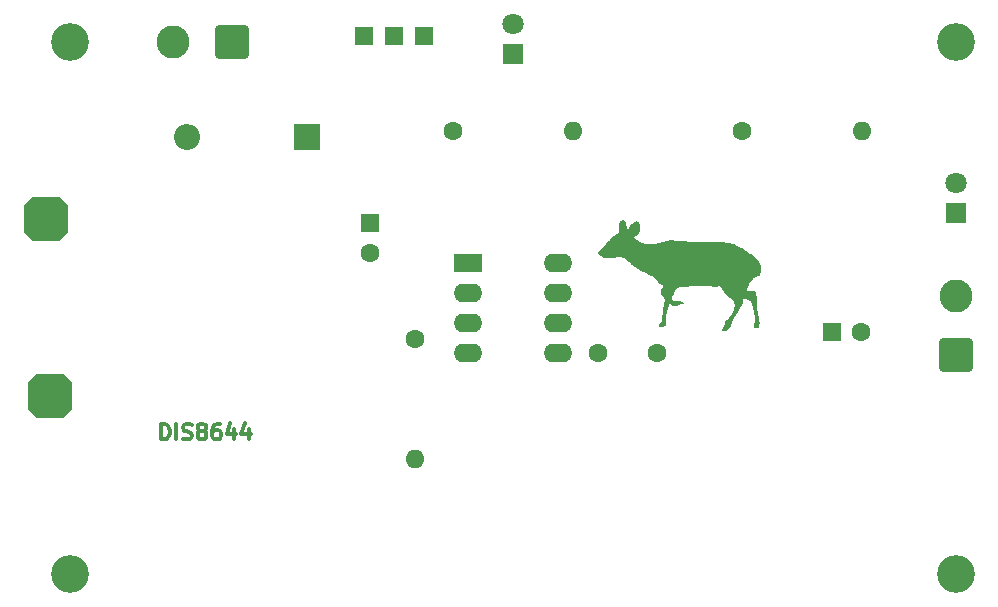
<source format=gbr>
%TF.GenerationSoftware,KiCad,Pcbnew,8.0.8*%
%TF.CreationDate,2025-04-28T20:29:37-04:00*%
%TF.ProjectId,udpudu,75647075-6475-42e6-9b69-6361645f7063,rev?*%
%TF.SameCoordinates,Original*%
%TF.FileFunction,Soldermask,Top*%
%TF.FilePolarity,Negative*%
%FSLAX46Y46*%
G04 Gerber Fmt 4.6, Leading zero omitted, Abs format (unit mm)*
G04 Created by KiCad (PCBNEW 8.0.8) date 2025-04-28 20:29:37*
%MOMM*%
%LPD*%
G01*
G04 APERTURE LIST*
G04 Aperture macros list*
%AMRoundRect*
0 Rectangle with rounded corners*
0 $1 Rounding radius*
0 $2 $3 $4 $5 $6 $7 $8 $9 X,Y pos of 4 corners*
0 Add a 4 corners polygon primitive as box body*
4,1,4,$2,$3,$4,$5,$6,$7,$8,$9,$2,$3,0*
0 Add four circle primitives for the rounded corners*
1,1,$1+$1,$2,$3*
1,1,$1+$1,$4,$5*
1,1,$1+$1,$6,$7*
1,1,$1+$1,$8,$9*
0 Add four rect primitives between the rounded corners*
20,1,$1+$1,$2,$3,$4,$5,0*
20,1,$1+$1,$4,$5,$6,$7,0*
20,1,$1+$1,$6,$7,$8,$9,0*
20,1,$1+$1,$8,$9,$2,$3,0*%
%AMOutline5P*
0 Free polygon, 5 corners , with rotation*
0 The origin of the aperture is its center*
0 number of corners: always 5*
0 $1 to $10 corner X, Y*
0 $11 Rotation angle, in degrees counterclockwise*
0 create outline with 5 corners*
4,1,5,$1,$2,$3,$4,$5,$6,$7,$8,$9,$10,$1,$2,$11*%
%AMOutline6P*
0 Free polygon, 6 corners , with rotation*
0 The origin of the aperture is its center*
0 number of corners: always 6*
0 $1 to $12 corner X, Y*
0 $13 Rotation angle, in degrees counterclockwise*
0 create outline with 6 corners*
4,1,6,$1,$2,$3,$4,$5,$6,$7,$8,$9,$10,$11,$12,$1,$2,$13*%
%AMOutline7P*
0 Free polygon, 7 corners , with rotation*
0 The origin of the aperture is its center*
0 number of corners: always 7*
0 $1 to $14 corner X, Y*
0 $15 Rotation angle, in degrees counterclockwise*
0 create outline with 7 corners*
4,1,7,$1,$2,$3,$4,$5,$6,$7,$8,$9,$10,$11,$12,$13,$14,$1,$2,$15*%
%AMOutline8P*
0 Free polygon, 8 corners , with rotation*
0 The origin of the aperture is its center*
0 number of corners: always 8*
0 $1 to $16 corner X, Y*
0 $17 Rotation angle, in degrees counterclockwise*
0 create outline with 8 corners*
4,1,8,$1,$2,$3,$4,$5,$6,$7,$8,$9,$10,$11,$12,$13,$14,$15,$16,$1,$2,$17*%
G04 Aperture macros list end*
%ADD10C,0.000000*%
%ADD11C,0.300000*%
%ADD12R,1.800000X1.800000*%
%ADD13C,1.800000*%
%ADD14Outline8P,-1.900000X1.140000X-1.140000X1.900000X1.140000X1.900000X1.900000X1.140000X1.900000X-1.140000X1.140000X-1.900000X-1.140000X-1.900000X-1.900000X-1.140000X0.000000*%
%ADD15RoundRect,0.250001X1.149999X-1.149999X1.149999X1.149999X-1.149999X1.149999X-1.149999X-1.149999X0*%
%ADD16C,2.800000*%
%ADD17C,3.200000*%
%ADD18R,2.200000X2.200000*%
%ADD19O,2.200000X2.200000*%
%ADD20R,2.400000X1.600000*%
%ADD21O,2.400000X1.600000*%
%ADD22R,1.600000X1.600000*%
%ADD23C,1.600000*%
%ADD24R,1.500000X1.500000*%
%ADD25O,1.600000X1.600000*%
%ADD26RoundRect,0.250001X1.149999X1.149999X-1.149999X1.149999X-1.149999X-1.149999X1.149999X-1.149999X0*%
G04 APERTURE END LIST*
D10*
G36*
X101836913Y-70083302D02*
G01*
X101861444Y-70085361D01*
X101873447Y-70087139D01*
X101885223Y-70089416D01*
X101896731Y-70092194D01*
X101907932Y-70095475D01*
X101918787Y-70099258D01*
X101929256Y-70103546D01*
X101939299Y-70108338D01*
X101948877Y-70113637D01*
X101957950Y-70119444D01*
X101966478Y-70125758D01*
X101974421Y-70132582D01*
X101981741Y-70139917D01*
X101998467Y-70159883D01*
X102014492Y-70181995D01*
X102029785Y-70206131D01*
X102044315Y-70232166D01*
X102058052Y-70259978D01*
X102070964Y-70289443D01*
X102083020Y-70320438D01*
X102094189Y-70352841D01*
X102104441Y-70386527D01*
X102113744Y-70421373D01*
X102122067Y-70457257D01*
X102129379Y-70494054D01*
X102135649Y-70531642D01*
X102140847Y-70569897D01*
X102144941Y-70608697D01*
X102147900Y-70647917D01*
X102149078Y-70678113D01*
X102150459Y-70705307D01*
X102152081Y-70729661D01*
X102152995Y-70740824D01*
X102153985Y-70751337D01*
X102155056Y-70761220D01*
X102156212Y-70770494D01*
X102157459Y-70779179D01*
X102158801Y-70787295D01*
X102160245Y-70794862D01*
X102161794Y-70801901D01*
X102163454Y-70808431D01*
X102165230Y-70814473D01*
X102167127Y-70820046D01*
X102169149Y-70825172D01*
X102171303Y-70829870D01*
X102173593Y-70834159D01*
X102176024Y-70838062D01*
X102178601Y-70841597D01*
X102181329Y-70844784D01*
X102184214Y-70847645D01*
X102187259Y-70850199D01*
X102190471Y-70852465D01*
X102193854Y-70854466D01*
X102197414Y-70856219D01*
X102201155Y-70857746D01*
X102205082Y-70859068D01*
X102209201Y-70860203D01*
X102213516Y-70861172D01*
X102221016Y-70861950D01*
X102228248Y-70861887D01*
X102231769Y-70861534D01*
X102235229Y-70860962D01*
X102238630Y-70860170D01*
X102241975Y-70859154D01*
X102245266Y-70857912D01*
X102248505Y-70856441D01*
X102251694Y-70854737D01*
X102254835Y-70852800D01*
X102257930Y-70850625D01*
X102260981Y-70848211D01*
X102266962Y-70842651D01*
X102272794Y-70836099D01*
X102278494Y-70828533D01*
X102284080Y-70819931D01*
X102289567Y-70810273D01*
X102294975Y-70799535D01*
X102300318Y-70787696D01*
X102305615Y-70774735D01*
X102310883Y-70760630D01*
X102321022Y-70734980D01*
X102332542Y-70709171D01*
X102359435Y-70657330D01*
X102390993Y-70605617D01*
X102426646Y-70554544D01*
X102465825Y-70504622D01*
X102507959Y-70456360D01*
X102552479Y-70410271D01*
X102598816Y-70366864D01*
X102646398Y-70326651D01*
X102694658Y-70290142D01*
X102743024Y-70257848D01*
X102790928Y-70230281D01*
X102837799Y-70207950D01*
X102860669Y-70198908D01*
X102883068Y-70191367D01*
X102904924Y-70185391D01*
X102926165Y-70181043D01*
X102946721Y-70178388D01*
X102966520Y-70177488D01*
X102978554Y-70177788D01*
X102990538Y-70178682D01*
X103002456Y-70180155D01*
X103014296Y-70182198D01*
X103026044Y-70184798D01*
X103037686Y-70187942D01*
X103049208Y-70191620D01*
X103060596Y-70195819D01*
X103071837Y-70200527D01*
X103082917Y-70205733D01*
X103093823Y-70211424D01*
X103104540Y-70217588D01*
X103115054Y-70224214D01*
X103125353Y-70231290D01*
X103145246Y-70246743D01*
X103164110Y-70263851D01*
X103181835Y-70282520D01*
X103198310Y-70302655D01*
X103213426Y-70324158D01*
X103227072Y-70346936D01*
X103233310Y-70358773D01*
X103239138Y-70370893D01*
X103244545Y-70383284D01*
X103249515Y-70395934D01*
X103254035Y-70408831D01*
X103258091Y-70421963D01*
X103267533Y-70459333D01*
X103275245Y-70497357D01*
X103281266Y-70535933D01*
X103285634Y-70574958D01*
X103288387Y-70614331D01*
X103289562Y-70653949D01*
X103289200Y-70693709D01*
X103287336Y-70733510D01*
X103284009Y-70773249D01*
X103279258Y-70812823D01*
X103273121Y-70852131D01*
X103265635Y-70891069D01*
X103256838Y-70929537D01*
X103246770Y-70967431D01*
X103235467Y-71004648D01*
X103222968Y-71041088D01*
X103209310Y-71076647D01*
X103194533Y-71111223D01*
X103178674Y-71144714D01*
X103161771Y-71177018D01*
X103143863Y-71208031D01*
X103124986Y-71237653D01*
X103105180Y-71265780D01*
X103084483Y-71292310D01*
X103062932Y-71317141D01*
X103040566Y-71340170D01*
X103017422Y-71361296D01*
X102993540Y-71380416D01*
X102968956Y-71397427D01*
X102943709Y-71412228D01*
X102917837Y-71424716D01*
X102891379Y-71434788D01*
X102862103Y-71443718D01*
X102836464Y-71451755D01*
X102814277Y-71459047D01*
X102804421Y-71462461D01*
X102795360Y-71465745D01*
X102787069Y-71468917D01*
X102779527Y-71471995D01*
X102772710Y-71475000D01*
X102766595Y-71477949D01*
X102761160Y-71480860D01*
X102756382Y-71483753D01*
X102752237Y-71486646D01*
X102748702Y-71489557D01*
X102745755Y-71492506D01*
X102743373Y-71495510D01*
X102741532Y-71498589D01*
X102740210Y-71501761D01*
X102739383Y-71505045D01*
X102739029Y-71508458D01*
X102739125Y-71512021D01*
X102739648Y-71515751D01*
X102740575Y-71519667D01*
X102741883Y-71523788D01*
X102743548Y-71528131D01*
X102745549Y-71532717D01*
X102750463Y-71542689D01*
X102756441Y-71553851D01*
X102769577Y-71572643D01*
X102791850Y-71595669D01*
X102822265Y-71622314D01*
X102859827Y-71651962D01*
X102903541Y-71683997D01*
X102952410Y-71717804D01*
X103061638Y-71788272D01*
X103179547Y-71858442D01*
X103298175Y-71923391D01*
X103355271Y-71952369D01*
X103409561Y-71978195D01*
X103460049Y-72000254D01*
X103505741Y-72017930D01*
X103589210Y-72045667D01*
X103676307Y-72068751D01*
X103767040Y-72087180D01*
X103861415Y-72100951D01*
X103959440Y-72110061D01*
X104061121Y-72114510D01*
X104166466Y-72114293D01*
X104275480Y-72109409D01*
X104388172Y-72099856D01*
X104504548Y-72085631D01*
X104624616Y-72066732D01*
X104748381Y-72043156D01*
X104875852Y-72014902D01*
X105007035Y-71981966D01*
X105141938Y-71944347D01*
X105280566Y-71902043D01*
X105362326Y-71876984D01*
X105439693Y-71854770D01*
X105513211Y-71835366D01*
X105583423Y-71818740D01*
X105650872Y-71804857D01*
X105716102Y-71793686D01*
X105779656Y-71785191D01*
X105842078Y-71779341D01*
X105903910Y-71776102D01*
X105965697Y-71775440D01*
X106027981Y-71777322D01*
X106091307Y-71781714D01*
X106156217Y-71788584D01*
X106223254Y-71797898D01*
X106292963Y-71809623D01*
X106365886Y-71823725D01*
X106448780Y-71835946D01*
X106568359Y-71846976D01*
X106947838Y-71866456D01*
X107564847Y-71884150D01*
X108479908Y-71902043D01*
X109288830Y-71915207D01*
X109618526Y-71922206D01*
X109905019Y-71930468D01*
X110153288Y-71940734D01*
X110368313Y-71953741D01*
X110555072Y-71970231D01*
X110639409Y-71980013D01*
X110718547Y-71990942D01*
X110793108Y-72003112D01*
X110863715Y-72016614D01*
X110930991Y-72031542D01*
X110995557Y-72047987D01*
X111058037Y-72066042D01*
X111119052Y-72085799D01*
X111179226Y-72107351D01*
X111239180Y-72130791D01*
X111360921Y-72183702D01*
X111489253Y-72245271D01*
X111785611Y-72397342D01*
X111915586Y-72466663D01*
X112042033Y-72537002D01*
X112164719Y-72608197D01*
X112283417Y-72680090D01*
X112397894Y-72752519D01*
X112507921Y-72825325D01*
X112613268Y-72898345D01*
X112713704Y-72971421D01*
X112808999Y-73044392D01*
X112898924Y-73117096D01*
X112983247Y-73189374D01*
X113061739Y-73261066D01*
X113134169Y-73332010D01*
X113200307Y-73402046D01*
X113259924Y-73471015D01*
X113312788Y-73538754D01*
X113331875Y-73565631D01*
X113349321Y-73591071D01*
X113365236Y-73615337D01*
X113379728Y-73638693D01*
X113392905Y-73661400D01*
X113404875Y-73683722D01*
X113415748Y-73705922D01*
X113425632Y-73728262D01*
X113434636Y-73751005D01*
X113442867Y-73774414D01*
X113450435Y-73798752D01*
X113457448Y-73824281D01*
X113464014Y-73851264D01*
X113470243Y-73879964D01*
X113476241Y-73910644D01*
X113482119Y-73943566D01*
X113489095Y-73988314D01*
X113494740Y-74033088D01*
X113499050Y-74077925D01*
X113502021Y-74122863D01*
X113503650Y-74167941D01*
X113503932Y-74213197D01*
X113502864Y-74258668D01*
X113500442Y-74304392D01*
X113496662Y-74350408D01*
X113491520Y-74396754D01*
X113485012Y-74443466D01*
X113477134Y-74490584D01*
X113467883Y-74538146D01*
X113457254Y-74586189D01*
X113445244Y-74634751D01*
X113431849Y-74683870D01*
X113424469Y-74710981D01*
X113417728Y-74734860D01*
X113411509Y-74755649D01*
X113408559Y-74764929D01*
X113405696Y-74773490D01*
X113402905Y-74781350D01*
X113400172Y-74788525D01*
X113397481Y-74795035D01*
X113394818Y-74800896D01*
X113392169Y-74806127D01*
X113389519Y-74810745D01*
X113386854Y-74814768D01*
X113384158Y-74818213D01*
X113381417Y-74821099D01*
X113378616Y-74823443D01*
X113375741Y-74825262D01*
X113372778Y-74826575D01*
X113369710Y-74827400D01*
X113366525Y-74827753D01*
X113363207Y-74827653D01*
X113359742Y-74827118D01*
X113356114Y-74826165D01*
X113352310Y-74824811D01*
X113348315Y-74823076D01*
X113344114Y-74820975D01*
X113339692Y-74818528D01*
X113335035Y-74815752D01*
X113324957Y-74809283D01*
X113315184Y-74803878D01*
X113305588Y-74799403D01*
X113295983Y-74795910D01*
X113286187Y-74793449D01*
X113276016Y-74792070D01*
X113265286Y-74791824D01*
X113253814Y-74792760D01*
X113241415Y-74794929D01*
X113227906Y-74798383D01*
X113213104Y-74803170D01*
X113196824Y-74809341D01*
X113178882Y-74816948D01*
X113159097Y-74826039D01*
X113137282Y-74836667D01*
X113086833Y-74862729D01*
X113017325Y-74902655D01*
X112948998Y-74948969D01*
X112882305Y-75001016D01*
X112817694Y-75058141D01*
X112755616Y-75119686D01*
X112696522Y-75184998D01*
X112640862Y-75253419D01*
X112589086Y-75324295D01*
X112541644Y-75396969D01*
X112498988Y-75470785D01*
X112461567Y-75545088D01*
X112429831Y-75619222D01*
X112404232Y-75692532D01*
X112385219Y-75764360D01*
X112373243Y-75834053D01*
X112370034Y-75867893D01*
X112368753Y-75900953D01*
X112368753Y-76057587D01*
X112635453Y-76057587D01*
X112689737Y-76058847D01*
X112715693Y-76059975D01*
X112740859Y-76061437D01*
X112765231Y-76063233D01*
X112788809Y-76065362D01*
X112811591Y-76067827D01*
X112833576Y-76070626D01*
X112854763Y-76073762D01*
X112875150Y-76077233D01*
X112894736Y-76081041D01*
X112913520Y-76085186D01*
X112931500Y-76089668D01*
X112948674Y-76094489D01*
X112965042Y-76099648D01*
X112980602Y-76105146D01*
X112995353Y-76110984D01*
X113009293Y-76117162D01*
X113022422Y-76123680D01*
X113034737Y-76130539D01*
X113046237Y-76137740D01*
X113056921Y-76145282D01*
X113066788Y-76153167D01*
X113075836Y-76161395D01*
X113084064Y-76169966D01*
X113091471Y-76178881D01*
X113098054Y-76188141D01*
X113103814Y-76197745D01*
X113108748Y-76207695D01*
X113112855Y-76217990D01*
X113116134Y-76228632D01*
X113118583Y-76239620D01*
X113122268Y-76262899D01*
X113126139Y-76303113D01*
X113134192Y-76425689D01*
X113142246Y-76590037D01*
X113149803Y-76778841D01*
X113159081Y-76974207D01*
X113174715Y-77188053D01*
X113195670Y-77412068D01*
X113220910Y-77637944D01*
X113249399Y-77857370D01*
X113280102Y-78062038D01*
X113311983Y-78243637D01*
X113344006Y-78393859D01*
X113358408Y-78455462D01*
X113371061Y-78512233D01*
X113381980Y-78564399D01*
X113391177Y-78612189D01*
X113398666Y-78655830D01*
X113404460Y-78695551D01*
X113408571Y-78731579D01*
X113411013Y-78764142D01*
X113411613Y-78779196D01*
X113411800Y-78793468D01*
X113411577Y-78806989D01*
X113410944Y-78819785D01*
X113409904Y-78831886D01*
X113408459Y-78843321D01*
X113406609Y-78854117D01*
X113404357Y-78864303D01*
X113401705Y-78873908D01*
X113398653Y-78882960D01*
X113395204Y-78891488D01*
X113391359Y-78899519D01*
X113387119Y-78907084D01*
X113382488Y-78914209D01*
X113377465Y-78920924D01*
X113372053Y-78927257D01*
X113365337Y-78934944D01*
X113359279Y-78942766D01*
X113353881Y-78950781D01*
X113349141Y-78959049D01*
X113345063Y-78967631D01*
X113341645Y-78976585D01*
X113338890Y-78985972D01*
X113336797Y-78995851D01*
X113335367Y-79006282D01*
X113334602Y-79017325D01*
X113334503Y-79029039D01*
X113335068Y-79041484D01*
X113336301Y-79054719D01*
X113338201Y-79068805D01*
X113340769Y-79083801D01*
X113344006Y-79099767D01*
X113365704Y-79215654D01*
X113149275Y-79193958D01*
X113105380Y-79189088D01*
X113063624Y-79184069D01*
X113024956Y-79179001D01*
X112990326Y-79173982D01*
X112960681Y-79169112D01*
X112936971Y-79164490D01*
X112927638Y-79162303D01*
X112920144Y-79160216D01*
X112914608Y-79158240D01*
X112911149Y-79156388D01*
X112906935Y-79153483D01*
X112903118Y-79149563D01*
X112899695Y-79144677D01*
X112896659Y-79138874D01*
X112891732Y-79124712D01*
X112888297Y-79107464D01*
X112886312Y-79087523D01*
X112885738Y-79065277D01*
X112886534Y-79041116D01*
X112888661Y-79015431D01*
X112892077Y-78988610D01*
X112896743Y-78961045D01*
X112902618Y-78933125D01*
X112909662Y-78905240D01*
X112917835Y-78877779D01*
X112927096Y-78851133D01*
X112937404Y-78825692D01*
X112948721Y-78801845D01*
X112961448Y-78775688D01*
X112972650Y-78748835D01*
X112982341Y-78721021D01*
X112990533Y-78691985D01*
X112997241Y-78661465D01*
X113002476Y-78629196D01*
X113006252Y-78594916D01*
X113008583Y-78558363D01*
X113009481Y-78519274D01*
X113008960Y-78477385D01*
X113007033Y-78432435D01*
X113003713Y-78384160D01*
X112992947Y-78276585D01*
X112976767Y-78152559D01*
X112955516Y-78022249D01*
X112926124Y-77874358D01*
X112890716Y-77716855D01*
X112851421Y-77557709D01*
X112810364Y-77404888D01*
X112769673Y-77266361D01*
X112731475Y-77150097D01*
X112713976Y-77102803D01*
X112697897Y-77064063D01*
X112682075Y-77032555D01*
X112666127Y-77003767D01*
X112649703Y-76977477D01*
X112632454Y-76953467D01*
X112614029Y-76931515D01*
X112594080Y-76911402D01*
X112572256Y-76892908D01*
X112548209Y-76875812D01*
X112521588Y-76859894D01*
X112492044Y-76844934D01*
X112459227Y-76830712D01*
X112422788Y-76817008D01*
X112382377Y-76803602D01*
X112337645Y-76790273D01*
X112288242Y-76776801D01*
X112233818Y-76762967D01*
X112176742Y-76748646D01*
X112126538Y-76736258D01*
X112082869Y-76725827D01*
X112045402Y-76717376D01*
X112028889Y-76713899D01*
X112013801Y-76710927D01*
X112000095Y-76708461D01*
X111987731Y-76706505D01*
X111976666Y-76705061D01*
X111966858Y-76704132D01*
X111958265Y-76703721D01*
X111950846Y-76703832D01*
X111944559Y-76704466D01*
X111939362Y-76705628D01*
X111937159Y-76706407D01*
X111935212Y-76707319D01*
X111933518Y-76708364D01*
X111932069Y-76709543D01*
X111930862Y-76710856D01*
X111929890Y-76712303D01*
X111929149Y-76713884D01*
X111928634Y-76715601D01*
X111928338Y-76717453D01*
X111928258Y-76719440D01*
X111928721Y-76723824D01*
X111929980Y-76728755D01*
X111931995Y-76734237D01*
X111934722Y-76740271D01*
X111938121Y-76746862D01*
X111942150Y-76754011D01*
X111946766Y-76761722D01*
X111957593Y-76778841D01*
X111962866Y-76786801D01*
X111967957Y-76795343D01*
X111972843Y-76804377D01*
X111977502Y-76813816D01*
X111981914Y-76823571D01*
X111986056Y-76833555D01*
X111989906Y-76843677D01*
X111993444Y-76853851D01*
X111996646Y-76863988D01*
X111999492Y-76873999D01*
X112001960Y-76883796D01*
X112004027Y-76893291D01*
X112005673Y-76902395D01*
X112006876Y-76911019D01*
X112007613Y-76919077D01*
X112007864Y-76926479D01*
X112005993Y-76950409D01*
X112000390Y-76978717D01*
X111991068Y-77011367D01*
X111978040Y-77048319D01*
X111961320Y-77089539D01*
X111940919Y-77134987D01*
X111889132Y-77238423D01*
X111822785Y-77358329D01*
X111741982Y-77494407D01*
X111646831Y-77646361D01*
X111537435Y-77813892D01*
X111425026Y-77987663D01*
X111373633Y-78069683D01*
X111325553Y-78148275D01*
X111280865Y-78223302D01*
X111239649Y-78294625D01*
X111201982Y-78362106D01*
X111167944Y-78425608D01*
X111137615Y-78484992D01*
X111111074Y-78540121D01*
X111088398Y-78590856D01*
X111069668Y-78637059D01*
X111054963Y-78678594D01*
X111044361Y-78715320D01*
X111037942Y-78747102D01*
X111036326Y-78761094D01*
X111035785Y-78773799D01*
X111035014Y-78795391D01*
X111032739Y-78817743D01*
X111029019Y-78840773D01*
X111023915Y-78864399D01*
X111017485Y-78888538D01*
X111009788Y-78913108D01*
X111000883Y-78938025D01*
X110990831Y-78963208D01*
X110967517Y-79014041D01*
X110940321Y-79064945D01*
X110909716Y-79115260D01*
X110876175Y-79164325D01*
X110840172Y-79211480D01*
X110802181Y-79256065D01*
X110762676Y-79297419D01*
X110722129Y-79334882D01*
X110701613Y-79351948D01*
X110681015Y-79367793D01*
X110660393Y-79382336D01*
X110639807Y-79395492D01*
X110619316Y-79407181D01*
X110598980Y-79417319D01*
X110578856Y-79425824D01*
X110559005Y-79432613D01*
X110535659Y-79438969D01*
X110510716Y-79443977D01*
X110484553Y-79447677D01*
X110457546Y-79450108D01*
X110430071Y-79451311D01*
X110402504Y-79451327D01*
X110375220Y-79450196D01*
X110348596Y-79447958D01*
X110323007Y-79444653D01*
X110298830Y-79440322D01*
X110276441Y-79435005D01*
X110256215Y-79428743D01*
X110238528Y-79421575D01*
X110230754Y-79417664D01*
X110223757Y-79413542D01*
X110217582Y-79409214D01*
X110212277Y-79404685D01*
X110207888Y-79399959D01*
X110204464Y-79395043D01*
X110203410Y-79393364D01*
X110202627Y-79391313D01*
X110201854Y-79386141D01*
X110202102Y-79379624D01*
X110203331Y-79371858D01*
X110205500Y-79362938D01*
X110208566Y-79352960D01*
X110212490Y-79342022D01*
X110217230Y-79330219D01*
X110222746Y-79317646D01*
X110228995Y-79304401D01*
X110235937Y-79290579D01*
X110243531Y-79276277D01*
X110251736Y-79261590D01*
X110260511Y-79246615D01*
X110269815Y-79231447D01*
X110279605Y-79216184D01*
X110302511Y-79180012D01*
X110323995Y-79144546D01*
X110344050Y-79109824D01*
X110362668Y-79075880D01*
X110379841Y-79042751D01*
X110395561Y-79010475D01*
X110409821Y-78979087D01*
X110422613Y-78948623D01*
X110433928Y-78919121D01*
X110443761Y-78890616D01*
X110452101Y-78863146D01*
X110458943Y-78836746D01*
X110464278Y-78811453D01*
X110468098Y-78787303D01*
X110470396Y-78764332D01*
X110471164Y-78742578D01*
X110471501Y-78730886D01*
X110472526Y-78719409D01*
X110474254Y-78708127D01*
X110476703Y-78697021D01*
X110479890Y-78686069D01*
X110483833Y-78675253D01*
X110488547Y-78664551D01*
X110494050Y-78653943D01*
X110500360Y-78643410D01*
X110507492Y-78632932D01*
X110515465Y-78622487D01*
X110524295Y-78612056D01*
X110534000Y-78601619D01*
X110544596Y-78591156D01*
X110556101Y-78580646D01*
X110568531Y-78570070D01*
X110588471Y-78553959D01*
X110607896Y-78538809D01*
X110626341Y-78524985D01*
X110635051Y-78518686D01*
X110643342Y-78512855D01*
X110651155Y-78507539D01*
X110658432Y-78502783D01*
X110665116Y-78498633D01*
X110671148Y-78495136D01*
X110676470Y-78492336D01*
X110681023Y-78490279D01*
X110684751Y-78489012D01*
X110686286Y-78488688D01*
X110687593Y-78488579D01*
X110691935Y-78486695D01*
X110698418Y-78481187D01*
X110717260Y-78460148D01*
X110774608Y-78383961D01*
X110850858Y-78273680D01*
X110937227Y-78142967D01*
X111024936Y-78005482D01*
X111105204Y-77874886D01*
X111169250Y-77764841D01*
X111192445Y-77721794D01*
X111208292Y-77689008D01*
X111213582Y-77675213D01*
X111218910Y-77659737D01*
X111229534Y-77624408D01*
X111239872Y-77584354D01*
X111249634Y-77540908D01*
X111258527Y-77495402D01*
X111266261Y-77449172D01*
X111272544Y-77403549D01*
X111277084Y-77359867D01*
X111279664Y-77329290D01*
X111281624Y-77300890D01*
X111282929Y-77274415D01*
X111283541Y-77249610D01*
X111283425Y-77226222D01*
X111282544Y-77203997D01*
X111280861Y-77182683D01*
X111278340Y-77162025D01*
X111274945Y-77141770D01*
X111270640Y-77121664D01*
X111265387Y-77101455D01*
X111259150Y-77080888D01*
X111251893Y-77059711D01*
X111243580Y-77037670D01*
X111234173Y-77014510D01*
X111223638Y-76989980D01*
X111212634Y-76965634D01*
X111201715Y-76943053D01*
X111190677Y-76922016D01*
X111179320Y-76902303D01*
X111167442Y-76883694D01*
X111154842Y-76865968D01*
X111141318Y-76848906D01*
X111126668Y-76832288D01*
X111110692Y-76815892D01*
X111093186Y-76799500D01*
X111073951Y-76782891D01*
X111052784Y-76765844D01*
X111029483Y-76748140D01*
X111003848Y-76729559D01*
X110975677Y-76709880D01*
X110944767Y-76688883D01*
X110888009Y-76647566D01*
X110859220Y-76624818D01*
X110829930Y-76600438D01*
X110769159Y-76546055D01*
X110704327Y-76482971D01*
X110634062Y-76409743D01*
X110556995Y-76324924D01*
X110471755Y-76227070D01*
X110376971Y-76114737D01*
X110013434Y-75681880D01*
X109721863Y-75694579D01*
X109650308Y-75695659D01*
X109560286Y-75694289D01*
X109455405Y-75690700D01*
X109339276Y-75685120D01*
X109087707Y-75668907D01*
X108834451Y-75647484D01*
X108660531Y-75631869D01*
X108518522Y-75620297D01*
X108457783Y-75616005D01*
X108402980Y-75612695D01*
X108353433Y-75610358D01*
X108308460Y-75608986D01*
X108267382Y-75608569D01*
X108229517Y-75609098D01*
X108194186Y-75610563D01*
X108160707Y-75612955D01*
X108128400Y-75616265D01*
X108096585Y-75620483D01*
X108064580Y-75625601D01*
X108031706Y-75631608D01*
X107977886Y-75640174D01*
X107905450Y-75649038D01*
X107817560Y-75657951D01*
X107717380Y-75666666D01*
X107492798Y-75682508D01*
X107257005Y-75694579D01*
X107086900Y-75701404D01*
X107015196Y-75704723D01*
X106951453Y-75708106D01*
X106894969Y-75711650D01*
X106845040Y-75715452D01*
X106800963Y-75719608D01*
X106762036Y-75724212D01*
X106727555Y-75729363D01*
X106696817Y-75735155D01*
X106669119Y-75741686D01*
X106643759Y-75749050D01*
X106620032Y-75757345D01*
X106597237Y-75766665D01*
X106574669Y-75777109D01*
X106551626Y-75788771D01*
X106513511Y-75809384D01*
X106477882Y-75830027D01*
X106444647Y-75850816D01*
X106413712Y-75871867D01*
X106384985Y-75893296D01*
X106358373Y-75915219D01*
X106333782Y-75937753D01*
X106311120Y-75961015D01*
X106290293Y-75985120D01*
X106271209Y-76010184D01*
X106253775Y-76036324D01*
X106237897Y-76063657D01*
X106223482Y-76092298D01*
X106210438Y-76122363D01*
X106198671Y-76153970D01*
X106188089Y-76187234D01*
X106182904Y-76204156D01*
X106176924Y-76221882D01*
X106170219Y-76240258D01*
X106162863Y-76259134D01*
X106154926Y-76278357D01*
X106146482Y-76297776D01*
X106128360Y-76336591D01*
X106109071Y-76374364D01*
X106099169Y-76392480D01*
X106089193Y-76409880D01*
X106079213Y-76426412D01*
X106069303Y-76441924D01*
X106059533Y-76456264D01*
X106049977Y-76469280D01*
X106030680Y-76495651D01*
X106013850Y-76519616D01*
X105999457Y-76541498D01*
X105987477Y-76561619D01*
X105982382Y-76571119D01*
X105977881Y-76580301D01*
X105973968Y-76589203D01*
X105970642Y-76597866D01*
X105967898Y-76606332D01*
X105965733Y-76614639D01*
X105964144Y-76622828D01*
X105963127Y-76630939D01*
X105962679Y-76639014D01*
X105962797Y-76647091D01*
X105963477Y-76655212D01*
X105964715Y-76663417D01*
X105966509Y-76671746D01*
X105968855Y-76680239D01*
X105971750Y-76688936D01*
X105975190Y-76697879D01*
X105979172Y-76707107D01*
X105983692Y-76716660D01*
X105994334Y-76736905D01*
X106007089Y-76758936D01*
X106021930Y-76783075D01*
X106087547Y-76889968D01*
X106341547Y-76886791D01*
X106395148Y-76887379D01*
X106448985Y-76889114D01*
X106501556Y-76891954D01*
X106551362Y-76895853D01*
X106596901Y-76900770D01*
X106617602Y-76903596D01*
X106636674Y-76906660D01*
X106653928Y-76909957D01*
X106669178Y-76913480D01*
X106682236Y-76917226D01*
X106692914Y-76921187D01*
X106715185Y-76930025D01*
X106739418Y-76941042D01*
X106765143Y-76953909D01*
X106791893Y-76968300D01*
X106819197Y-76983888D01*
X106846588Y-77000346D01*
X106873596Y-77017346D01*
X106899751Y-77034562D01*
X106924586Y-77051666D01*
X106947632Y-77068331D01*
X106968418Y-77084230D01*
X106986477Y-77099037D01*
X107001339Y-77112424D01*
X107012535Y-77124063D01*
X107016612Y-77129125D01*
X107019597Y-77133628D01*
X107021430Y-77137530D01*
X107022055Y-77140792D01*
X107021781Y-77142008D01*
X107020969Y-77143274D01*
X107017781Y-77145941D01*
X107012598Y-77148765D01*
X107005527Y-77151722D01*
X106996672Y-77154784D01*
X106986141Y-77157925D01*
X106960473Y-77164340D01*
X106929374Y-77170754D01*
X106893691Y-77176957D01*
X106854276Y-77182739D01*
X106811976Y-77187888D01*
X106787881Y-77190520D01*
X106763879Y-77193637D01*
X106740061Y-77197219D01*
X106716520Y-77201241D01*
X106693347Y-77205682D01*
X106670636Y-77210519D01*
X106648478Y-77215730D01*
X106626967Y-77221292D01*
X106606192Y-77227182D01*
X106586249Y-77233379D01*
X106567227Y-77239859D01*
X106549220Y-77246601D01*
X106532321Y-77253581D01*
X106516620Y-77260778D01*
X106502211Y-77268168D01*
X106489185Y-77275730D01*
X106475410Y-77284140D01*
X106461261Y-77291919D01*
X106446725Y-77299077D01*
X106431787Y-77305627D01*
X106416434Y-77311583D01*
X106400651Y-77316955D01*
X106384425Y-77321756D01*
X106367741Y-77326000D01*
X106350587Y-77329698D01*
X106332947Y-77332863D01*
X106314807Y-77335506D01*
X106296155Y-77337641D01*
X106276976Y-77339281D01*
X106257255Y-77340436D01*
X106236979Y-77341120D01*
X106216135Y-77341345D01*
X106191304Y-77341146D01*
X106168446Y-77340492D01*
X106147327Y-77339301D01*
X106127714Y-77337492D01*
X106109373Y-77334983D01*
X106092068Y-77331690D01*
X106075566Y-77327532D01*
X106059634Y-77322428D01*
X106044036Y-77316293D01*
X106028539Y-77309047D01*
X106012909Y-77300608D01*
X105996911Y-77290892D01*
X105980312Y-77279819D01*
X105962877Y-77267305D01*
X105944373Y-77253269D01*
X105924564Y-77237628D01*
X105910597Y-77226808D01*
X105896911Y-77216597D01*
X105883567Y-77207033D01*
X105870622Y-77198157D01*
X105858137Y-77190005D01*
X105846169Y-77182619D01*
X105834778Y-77176035D01*
X105824023Y-77170293D01*
X105813962Y-77165431D01*
X105804654Y-77161489D01*
X105796159Y-77158505D01*
X105792235Y-77157384D01*
X105788535Y-77156517D01*
X105785069Y-77155910D01*
X105781842Y-77155566D01*
X105778862Y-77155490D01*
X105776137Y-77155688D01*
X105773674Y-77156164D01*
X105771481Y-77156924D01*
X105769564Y-77157971D01*
X105767931Y-77159311D01*
X105764378Y-77164181D01*
X105759721Y-77172894D01*
X105747393Y-77201000D01*
X105731542Y-77241930D01*
X105712765Y-77293985D01*
X105691656Y-77355466D01*
X105668811Y-77424673D01*
X105620293Y-77579470D01*
X105582811Y-77706907D01*
X105554090Y-77811072D01*
X105542637Y-77857433D01*
X105532922Y-77901582D01*
X105524793Y-77944721D01*
X105518098Y-77988054D01*
X105512687Y-78032782D01*
X105508409Y-78080107D01*
X105505112Y-78131232D01*
X105502645Y-78187360D01*
X105499597Y-78319429D01*
X105498056Y-78485933D01*
X105496532Y-78623347D01*
X105495478Y-78682717D01*
X105494195Y-78736230D01*
X105492654Y-78784161D01*
X105490829Y-78826787D01*
X105488692Y-78864385D01*
X105486216Y-78897229D01*
X105483374Y-78925595D01*
X105480140Y-78949761D01*
X105478366Y-78960354D01*
X105476485Y-78970001D01*
X105474492Y-78978735D01*
X105472383Y-78986591D01*
X105470156Y-78993605D01*
X105467807Y-78999809D01*
X105465332Y-79005238D01*
X105462729Y-79009928D01*
X105459993Y-79013913D01*
X105457122Y-79017226D01*
X105454112Y-79019904D01*
X105450960Y-79021979D01*
X105436382Y-79027840D01*
X105412521Y-79035630D01*
X105380611Y-79044945D01*
X105341886Y-79055383D01*
X105297579Y-79066540D01*
X105248926Y-79078013D01*
X105197160Y-79089400D01*
X105143514Y-79100296D01*
X105104847Y-79108054D01*
X105069873Y-79114856D01*
X105038390Y-79120704D01*
X105010197Y-79125596D01*
X104985092Y-79129534D01*
X104973635Y-79131145D01*
X104962874Y-79132517D01*
X104952784Y-79133650D01*
X104943341Y-79134544D01*
X104934518Y-79135200D01*
X104926291Y-79135617D01*
X104918635Y-79135795D01*
X104911523Y-79135735D01*
X104904932Y-79135436D01*
X104898836Y-79134898D01*
X104893210Y-79134121D01*
X104888028Y-79133106D01*
X104883266Y-79131852D01*
X104878897Y-79130359D01*
X104874898Y-79128627D01*
X104871243Y-79126657D01*
X104867906Y-79124448D01*
X104864862Y-79122000D01*
X104862087Y-79119313D01*
X104859555Y-79116388D01*
X104857240Y-79113224D01*
X104855118Y-79109821D01*
X104851527Y-79103875D01*
X104848392Y-79097749D01*
X104845711Y-79091448D01*
X104843480Y-79084979D01*
X104841696Y-79078347D01*
X104840358Y-79071558D01*
X104839461Y-79064618D01*
X104839003Y-79057532D01*
X104838982Y-79050307D01*
X104839395Y-79042949D01*
X104840238Y-79035462D01*
X104841510Y-79027854D01*
X104843206Y-79020129D01*
X104845325Y-79012293D01*
X104850819Y-78996315D01*
X104857968Y-78979964D01*
X104866751Y-78963287D01*
X104877144Y-78946332D01*
X104889125Y-78929144D01*
X104902673Y-78911770D01*
X104917763Y-78894256D01*
X104934375Y-78876650D01*
X104952485Y-78858997D01*
X104961933Y-78850514D01*
X104971389Y-78841590D01*
X104980801Y-78832302D01*
X104990114Y-78822731D01*
X104999275Y-78812956D01*
X105008230Y-78803055D01*
X105016927Y-78793107D01*
X105025311Y-78783192D01*
X105033330Y-78773389D01*
X105040929Y-78763777D01*
X105048055Y-78754434D01*
X105054655Y-78745440D01*
X105060675Y-78736873D01*
X105066062Y-78728814D01*
X105070762Y-78721341D01*
X105074722Y-78714533D01*
X105082957Y-78696787D01*
X105091186Y-78674116D01*
X105107613Y-78614041D01*
X105123966Y-78534395D01*
X105140207Y-78435265D01*
X105156299Y-78316738D01*
X105172205Y-78178900D01*
X105187888Y-78021839D01*
X105203310Y-77845641D01*
X105212711Y-77757295D01*
X105224344Y-77663244D01*
X105237764Y-77566365D01*
X105252523Y-77469536D01*
X105268174Y-77375634D01*
X105284273Y-77287536D01*
X105300371Y-77208120D01*
X105316023Y-77140262D01*
X105324037Y-77109660D01*
X105331593Y-77079103D01*
X105345235Y-77018893D01*
X105356755Y-76961175D01*
X105365963Y-76907495D01*
X105372665Y-76859395D01*
X105375017Y-76837921D01*
X105376670Y-76818421D01*
X105377601Y-76801089D01*
X105377785Y-76786116D01*
X105377199Y-76773697D01*
X105375819Y-76764025D01*
X105373438Y-76755254D01*
X105369724Y-76745482D01*
X105364755Y-76734809D01*
X105358612Y-76723337D01*
X105351375Y-76711167D01*
X105343123Y-76698401D01*
X105333936Y-76685140D01*
X105323894Y-76671487D01*
X105313077Y-76657542D01*
X105301565Y-76643407D01*
X105289437Y-76629184D01*
X105276773Y-76614974D01*
X105263654Y-76600878D01*
X105250159Y-76586999D01*
X105236368Y-76573437D01*
X105222360Y-76560295D01*
X105202759Y-76541444D01*
X105184962Y-76523662D01*
X105168862Y-76506765D01*
X105154354Y-76490569D01*
X105141331Y-76474892D01*
X105129687Y-76459548D01*
X105119316Y-76444355D01*
X105110111Y-76429128D01*
X105101966Y-76413685D01*
X105094776Y-76397840D01*
X105088434Y-76381412D01*
X105082834Y-76364215D01*
X105077869Y-76346066D01*
X105073434Y-76326781D01*
X105069422Y-76306178D01*
X105065727Y-76284071D01*
X105060122Y-76243517D01*
X105056208Y-76204193D01*
X105053991Y-76166075D01*
X105053474Y-76129140D01*
X105054662Y-76093365D01*
X105057560Y-76058726D01*
X105062173Y-76025200D01*
X105068505Y-75992764D01*
X105076561Y-75961395D01*
X105086346Y-75931069D01*
X105097864Y-75901763D01*
X105111120Y-75873454D01*
X105126118Y-75846118D01*
X105142864Y-75819733D01*
X105161361Y-75794275D01*
X105181615Y-75769721D01*
X105192113Y-75757541D01*
X105201781Y-75745706D01*
X105210618Y-75734213D01*
X105218625Y-75723059D01*
X105225802Y-75712241D01*
X105232149Y-75701757D01*
X105237666Y-75691604D01*
X105242353Y-75681780D01*
X105246211Y-75672281D01*
X105249240Y-75663104D01*
X105251439Y-75654248D01*
X105252810Y-75645709D01*
X105253352Y-75637485D01*
X105253066Y-75629573D01*
X105251952Y-75621971D01*
X105250009Y-75614675D01*
X105247239Y-75607682D01*
X105243641Y-75600991D01*
X105239215Y-75594598D01*
X105233963Y-75588501D01*
X105227883Y-75582698D01*
X105220976Y-75577184D01*
X105213243Y-75571958D01*
X105204683Y-75567016D01*
X105195297Y-75562357D01*
X105185084Y-75557978D01*
X105174046Y-75553875D01*
X105162182Y-75550046D01*
X105149493Y-75546488D01*
X105135978Y-75543199D01*
X105121638Y-75540176D01*
X105106473Y-75537416D01*
X105093538Y-75535191D01*
X105080641Y-75532590D01*
X105067803Y-75529627D01*
X105055045Y-75526315D01*
X105029845Y-75518693D01*
X105005204Y-75509825D01*
X104981281Y-75499813D01*
X104958240Y-75488759D01*
X104936240Y-75476763D01*
X104915444Y-75463928D01*
X104905547Y-75457227D01*
X104896011Y-75450355D01*
X104886857Y-75443323D01*
X104878104Y-75436146D01*
X104869773Y-75428834D01*
X104861884Y-75421401D01*
X104854457Y-75413860D01*
X104847512Y-75406224D01*
X104841069Y-75398504D01*
X104835149Y-75390714D01*
X104829771Y-75382867D01*
X104824956Y-75374975D01*
X104820724Y-75367051D01*
X104817095Y-75359107D01*
X104814089Y-75351156D01*
X104811727Y-75343212D01*
X104800778Y-75306325D01*
X104790066Y-75272947D01*
X104779159Y-75242619D01*
X104767624Y-75214881D01*
X104755029Y-75189272D01*
X104740941Y-75165334D01*
X104724927Y-75142607D01*
X104706555Y-75120631D01*
X104685393Y-75098946D01*
X104661008Y-75077094D01*
X104632967Y-75054613D01*
X104600837Y-75031045D01*
X104564188Y-75005929D01*
X104522585Y-74978807D01*
X104422789Y-74916703D01*
X104264941Y-74824248D01*
X104058525Y-74707286D01*
X103830379Y-74581394D01*
X103607344Y-74462149D01*
X103376787Y-74338927D01*
X103188757Y-74235394D01*
X103107531Y-74188884D01*
X103033147Y-74144746D01*
X102964340Y-74102129D01*
X102899848Y-74060182D01*
X102838407Y-74018055D01*
X102778754Y-73974898D01*
X102719624Y-73929860D01*
X102659755Y-73882092D01*
X102597883Y-73830743D01*
X102532745Y-73774962D01*
X102387615Y-73646704D01*
X102214067Y-73490522D01*
X102144985Y-73428920D01*
X102084187Y-73377234D01*
X102029038Y-73334654D01*
X101976905Y-73300371D01*
X101925153Y-73273579D01*
X101871148Y-73253467D01*
X101812257Y-73239228D01*
X101745845Y-73230052D01*
X101669279Y-73225133D01*
X101579925Y-73223660D01*
X101352315Y-73227822D01*
X101041944Y-73236071D01*
X100220148Y-73257766D01*
X100113256Y-73176275D01*
X100102003Y-73168122D01*
X100090524Y-73160163D01*
X100078904Y-73152445D01*
X100067227Y-73145013D01*
X100055578Y-73137912D01*
X100044042Y-73131189D01*
X100032703Y-73124889D01*
X100021645Y-73119059D01*
X100010952Y-73113742D01*
X100000710Y-73108987D01*
X99991003Y-73104837D01*
X99981916Y-73101340D01*
X99973532Y-73098540D01*
X99965936Y-73096483D01*
X99959214Y-73095216D01*
X99953448Y-73094783D01*
X99945126Y-73094365D01*
X99936649Y-73093134D01*
X99928043Y-73091122D01*
X99919338Y-73088362D01*
X99910559Y-73084887D01*
X99901735Y-73080729D01*
X99892893Y-73075923D01*
X99884061Y-73070499D01*
X99866536Y-73057935D01*
X99849380Y-73043298D01*
X99832813Y-73026852D01*
X99817055Y-73008859D01*
X99802327Y-72989583D01*
X99788848Y-72969286D01*
X99776839Y-72948231D01*
X99766520Y-72926681D01*
X99758111Y-72904898D01*
X99754691Y-72894002D01*
X99751832Y-72883146D01*
X99749560Y-72872363D01*
X99747903Y-72861686D01*
X99746888Y-72851148D01*
X99746544Y-72840782D01*
X99747389Y-72824860D01*
X99750201Y-72808501D01*
X99755397Y-72791197D01*
X99763395Y-72772438D01*
X99774611Y-72751712D01*
X99789462Y-72728511D01*
X99808366Y-72702323D01*
X99831740Y-72672640D01*
X99860000Y-72638951D01*
X99893563Y-72600746D01*
X99978269Y-72508747D01*
X100089194Y-72392564D01*
X100229673Y-72248117D01*
X100328014Y-72147647D01*
X100421587Y-72049894D01*
X100508252Y-71957324D01*
X100585868Y-71872408D01*
X100652299Y-71797611D01*
X100705402Y-71735403D01*
X100726288Y-71709791D01*
X100743040Y-71688251D01*
X100755391Y-71671093D01*
X100763073Y-71658624D01*
X100778044Y-71636448D01*
X100802149Y-71609355D01*
X100834241Y-71578158D01*
X100873173Y-71543671D01*
X100917798Y-71506706D01*
X100966968Y-71468078D01*
X101019536Y-71428598D01*
X101074355Y-71389080D01*
X101130279Y-71350337D01*
X101186158Y-71313183D01*
X101240848Y-71278430D01*
X101293199Y-71246891D01*
X101342065Y-71219380D01*
X101386299Y-71196710D01*
X101424754Y-71179694D01*
X101456281Y-71169145D01*
X101468530Y-71165606D01*
X101479509Y-71162087D01*
X101489263Y-71158524D01*
X101493695Y-71156705D01*
X101497837Y-71154850D01*
X101501696Y-71152950D01*
X101505277Y-71150999D01*
X101508585Y-71148986D01*
X101511627Y-71146905D01*
X101514407Y-71144746D01*
X101516932Y-71142503D01*
X101519206Y-71140165D01*
X101521237Y-71137726D01*
X101523028Y-71135177D01*
X101524587Y-71132509D01*
X101525917Y-71129715D01*
X101527026Y-71126786D01*
X101527919Y-71123714D01*
X101528601Y-71120491D01*
X101529078Y-71117108D01*
X101529356Y-71113558D01*
X101529440Y-71109832D01*
X101529336Y-71105921D01*
X101529049Y-71101818D01*
X101528585Y-71097515D01*
X101527149Y-71088273D01*
X101525073Y-71078129D01*
X101503510Y-70992337D01*
X101489354Y-70936667D01*
X101474802Y-70880749D01*
X101466342Y-70839022D01*
X101460920Y-70794183D01*
X101458413Y-70746792D01*
X101458696Y-70697409D01*
X101461646Y-70646594D01*
X101467138Y-70594906D01*
X101475048Y-70542905D01*
X101485253Y-70491150D01*
X101497629Y-70440202D01*
X101512051Y-70390619D01*
X101528395Y-70342962D01*
X101546538Y-70297790D01*
X101566354Y-70255662D01*
X101587722Y-70217139D01*
X101610515Y-70182780D01*
X101622408Y-70167337D01*
X101634611Y-70153145D01*
X101642844Y-70145149D01*
X101651642Y-70137631D01*
X101660966Y-70130593D01*
X101670775Y-70124036D01*
X101681030Y-70117960D01*
X101691692Y-70112367D01*
X101702721Y-70107258D01*
X101714077Y-70102634D01*
X101725720Y-70098496D01*
X101737611Y-70094846D01*
X101761980Y-70089009D01*
X101786864Y-70085134D01*
X101811947Y-70083229D01*
X101836913Y-70083302D01*
G37*
D11*
X62719601Y-88630517D02*
X62719601Y-87330517D01*
X62719601Y-87330517D02*
X63029125Y-87330517D01*
X63029125Y-87330517D02*
X63214839Y-87392422D01*
X63214839Y-87392422D02*
X63338649Y-87516232D01*
X63338649Y-87516232D02*
X63400554Y-87640041D01*
X63400554Y-87640041D02*
X63462458Y-87887660D01*
X63462458Y-87887660D02*
X63462458Y-88073374D01*
X63462458Y-88073374D02*
X63400554Y-88320993D01*
X63400554Y-88320993D02*
X63338649Y-88444803D01*
X63338649Y-88444803D02*
X63214839Y-88568613D01*
X63214839Y-88568613D02*
X63029125Y-88630517D01*
X63029125Y-88630517D02*
X62719601Y-88630517D01*
X64019601Y-88630517D02*
X64019601Y-87330517D01*
X64576745Y-88568613D02*
X64762459Y-88630517D01*
X64762459Y-88630517D02*
X65071983Y-88630517D01*
X65071983Y-88630517D02*
X65195792Y-88568613D01*
X65195792Y-88568613D02*
X65257697Y-88506708D01*
X65257697Y-88506708D02*
X65319602Y-88382898D01*
X65319602Y-88382898D02*
X65319602Y-88259089D01*
X65319602Y-88259089D02*
X65257697Y-88135279D01*
X65257697Y-88135279D02*
X65195792Y-88073374D01*
X65195792Y-88073374D02*
X65071983Y-88011470D01*
X65071983Y-88011470D02*
X64824364Y-87949565D01*
X64824364Y-87949565D02*
X64700554Y-87887660D01*
X64700554Y-87887660D02*
X64638649Y-87825755D01*
X64638649Y-87825755D02*
X64576745Y-87701946D01*
X64576745Y-87701946D02*
X64576745Y-87578136D01*
X64576745Y-87578136D02*
X64638649Y-87454327D01*
X64638649Y-87454327D02*
X64700554Y-87392422D01*
X64700554Y-87392422D02*
X64824364Y-87330517D01*
X64824364Y-87330517D02*
X65133887Y-87330517D01*
X65133887Y-87330517D02*
X65319602Y-87392422D01*
X66062459Y-87887660D02*
X65938649Y-87825755D01*
X65938649Y-87825755D02*
X65876744Y-87763851D01*
X65876744Y-87763851D02*
X65814840Y-87640041D01*
X65814840Y-87640041D02*
X65814840Y-87578136D01*
X65814840Y-87578136D02*
X65876744Y-87454327D01*
X65876744Y-87454327D02*
X65938649Y-87392422D01*
X65938649Y-87392422D02*
X66062459Y-87330517D01*
X66062459Y-87330517D02*
X66310078Y-87330517D01*
X66310078Y-87330517D02*
X66433887Y-87392422D01*
X66433887Y-87392422D02*
X66495792Y-87454327D01*
X66495792Y-87454327D02*
X66557697Y-87578136D01*
X66557697Y-87578136D02*
X66557697Y-87640041D01*
X66557697Y-87640041D02*
X66495792Y-87763851D01*
X66495792Y-87763851D02*
X66433887Y-87825755D01*
X66433887Y-87825755D02*
X66310078Y-87887660D01*
X66310078Y-87887660D02*
X66062459Y-87887660D01*
X66062459Y-87887660D02*
X65938649Y-87949565D01*
X65938649Y-87949565D02*
X65876744Y-88011470D01*
X65876744Y-88011470D02*
X65814840Y-88135279D01*
X65814840Y-88135279D02*
X65814840Y-88382898D01*
X65814840Y-88382898D02*
X65876744Y-88506708D01*
X65876744Y-88506708D02*
X65938649Y-88568613D01*
X65938649Y-88568613D02*
X66062459Y-88630517D01*
X66062459Y-88630517D02*
X66310078Y-88630517D01*
X66310078Y-88630517D02*
X66433887Y-88568613D01*
X66433887Y-88568613D02*
X66495792Y-88506708D01*
X66495792Y-88506708D02*
X66557697Y-88382898D01*
X66557697Y-88382898D02*
X66557697Y-88135279D01*
X66557697Y-88135279D02*
X66495792Y-88011470D01*
X66495792Y-88011470D02*
X66433887Y-87949565D01*
X66433887Y-87949565D02*
X66310078Y-87887660D01*
X67671982Y-87330517D02*
X67424363Y-87330517D01*
X67424363Y-87330517D02*
X67300554Y-87392422D01*
X67300554Y-87392422D02*
X67238649Y-87454327D01*
X67238649Y-87454327D02*
X67114839Y-87640041D01*
X67114839Y-87640041D02*
X67052935Y-87887660D01*
X67052935Y-87887660D02*
X67052935Y-88382898D01*
X67052935Y-88382898D02*
X67114839Y-88506708D01*
X67114839Y-88506708D02*
X67176744Y-88568613D01*
X67176744Y-88568613D02*
X67300554Y-88630517D01*
X67300554Y-88630517D02*
X67548173Y-88630517D01*
X67548173Y-88630517D02*
X67671982Y-88568613D01*
X67671982Y-88568613D02*
X67733887Y-88506708D01*
X67733887Y-88506708D02*
X67795792Y-88382898D01*
X67795792Y-88382898D02*
X67795792Y-88073374D01*
X67795792Y-88073374D02*
X67733887Y-87949565D01*
X67733887Y-87949565D02*
X67671982Y-87887660D01*
X67671982Y-87887660D02*
X67548173Y-87825755D01*
X67548173Y-87825755D02*
X67300554Y-87825755D01*
X67300554Y-87825755D02*
X67176744Y-87887660D01*
X67176744Y-87887660D02*
X67114839Y-87949565D01*
X67114839Y-87949565D02*
X67052935Y-88073374D01*
X68910077Y-87763851D02*
X68910077Y-88630517D01*
X68600553Y-87268613D02*
X68291030Y-88197184D01*
X68291030Y-88197184D02*
X69095791Y-88197184D01*
X70148172Y-87763851D02*
X70148172Y-88630517D01*
X69838648Y-87268613D02*
X69529125Y-88197184D01*
X69529125Y-88197184D02*
X70333886Y-88197184D01*
D12*
%TO.C,D2*%
X130000000Y-69500000D03*
D13*
X130000000Y-66960000D03*
%TD*%
D14*
%TO.C,J3*%
X53310000Y-85000000D03*
%TD*%
%TO.C,J1*%
X53000000Y-70000000D03*
%TD*%
D15*
%TO.C,LS1*%
X130000000Y-81500000D03*
D16*
X130000000Y-76500000D03*
%TD*%
D17*
%TO.C,H4*%
X130000000Y-100000000D03*
%TD*%
D12*
%TO.C,D3*%
X92500000Y-56040000D03*
D13*
X92500000Y-53500000D03*
%TD*%
D18*
%TO.C,D1*%
X75080000Y-63000000D03*
D19*
X64920000Y-63000000D03*
%TD*%
D20*
%TO.C,U1*%
X88700000Y-73700000D03*
D21*
X88700000Y-76240000D03*
X88700000Y-78780000D03*
X88700000Y-81320000D03*
X96320000Y-81320000D03*
X96320000Y-78780000D03*
X96320000Y-76240000D03*
X96320000Y-73700000D03*
%TD*%
D22*
%TO.C,C4*%
X80450000Y-70350000D03*
D23*
X80450000Y-72850000D03*
%TD*%
D24*
%TO.C,SW1*%
X79920000Y-54500000D03*
X82460000Y-54500000D03*
X85000000Y-54500000D03*
%TD*%
D23*
%TO.C,R2*%
X84200000Y-80095000D03*
D25*
X84200000Y-90255000D03*
%TD*%
D17*
%TO.C,H2*%
X130000000Y-55000000D03*
%TD*%
%TO.C,H1*%
X55000000Y-55000000D03*
%TD*%
D26*
%TO.C,J2*%
X68750000Y-55000000D03*
D16*
X63750000Y-55000000D03*
%TD*%
D23*
%TO.C,R4*%
X87420000Y-62500000D03*
D25*
X97580000Y-62500000D03*
%TD*%
D23*
%TO.C,C3*%
X99750000Y-81300000D03*
X104750000Y-81300000D03*
%TD*%
D22*
%TO.C,C5*%
X119500000Y-79500000D03*
D23*
X122000000Y-79500000D03*
%TD*%
D17*
%TO.C,H3*%
X55000000Y-100000000D03*
%TD*%
D23*
%TO.C,R3*%
X111920000Y-62500000D03*
D25*
X122080000Y-62500000D03*
%TD*%
M02*

</source>
